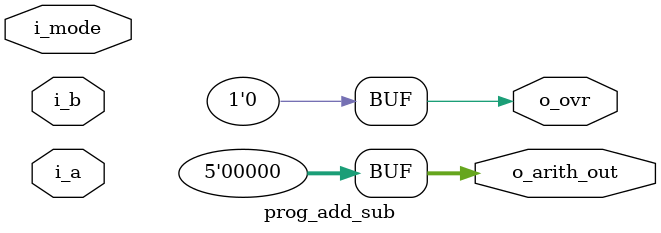
<source format=sv>
module prog_add_sub#(
    parameter DATA_WD=4
)(
    input   logic   [DATA_WD-1:0]   i_a,
    input   logic   [DATA_WD-1:0]   i_b,
    input   logic                   i_mode,
    output  logic                   o_ovr,
    output  logic   [DATA_WD:0]     o_arith_out
);
    logic  [DATA_WD-1:0]    b;
    logic  [DATA_WD:0]    arith_out;

   assign o_ovr = 1'b0;
   assign o_arith_out = 'b0;
   
   /*
    Following section is necessary for dumping waveforms. This is needed for debug and simulations
    */

`ifndef DISABLE_WAVES
   initial
     begin
        $dumpfile("./sim_build/prog_add_sub.vcd");
        $dumpvars(0, prog_add_sub);
     end
`endif

endmodule

</source>
